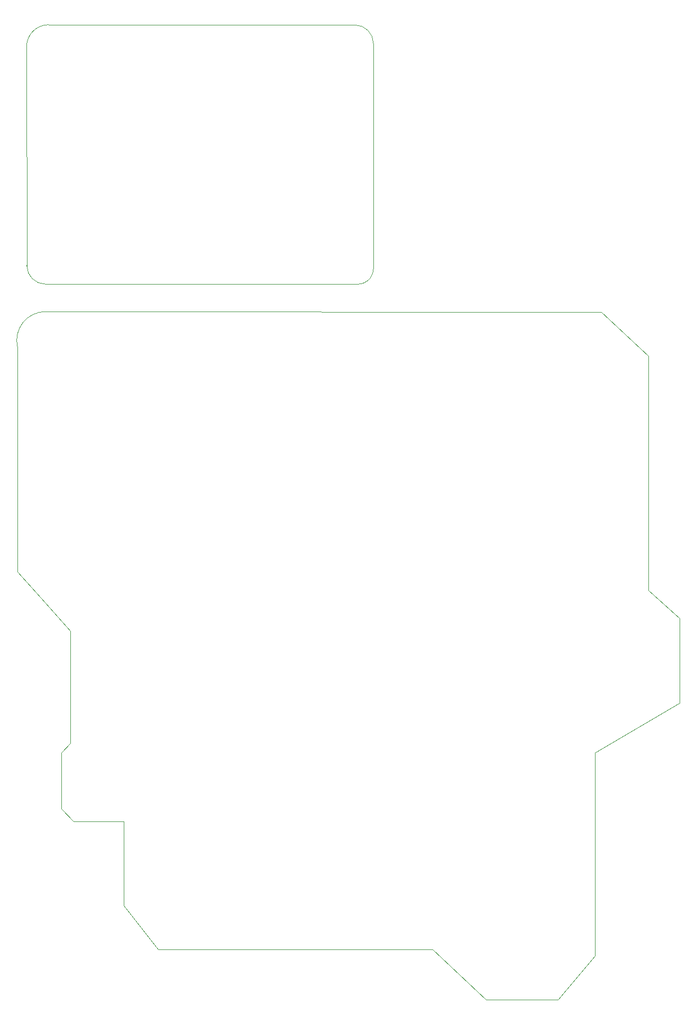
<source format=gbr>
%TF.GenerationSoftware,KiCad,Pcbnew,9.0.1*%
%TF.CreationDate,2025-06-18T14:58:57+01:00*%
%TF.ProjectId,essaie,65737361-6965-42e6-9b69-6361645f7063,rev?*%
%TF.SameCoordinates,Original*%
%TF.FileFunction,Profile,NP*%
%FSLAX46Y46*%
G04 Gerber Fmt 4.6, Leading zero omitted, Abs format (unit mm)*
G04 Created by KiCad (PCBNEW 9.0.1) date 2025-06-18 14:58:57*
%MOMM*%
%LPD*%
G01*
G04 APERTURE LIST*
%TA.AperFunction,Profile*%
%ADD10C,0.050000*%
%TD*%
G04 APERTURE END LIST*
D10*
X181345000Y-24320000D02*
G75*
G02*
X184345000Y-27320000I0J-3000000D01*
G01*
X219845000Y-173320000D02*
X213845000Y-180320000D01*
X228345000Y-114820000D02*
X233345000Y-119320000D01*
X134345000Y-140820000D02*
X135845000Y-139320000D01*
X131845000Y-116820000D02*
X127345000Y-111820000D01*
X228345000Y-77320000D02*
X228345000Y-114820000D01*
X136345000Y-151820000D02*
X134345000Y-149820000D01*
X213845000Y-180320000D02*
X202345000Y-180320000D01*
X193845000Y-172320000D02*
X149845000Y-172320000D01*
X184345000Y-63320000D02*
G75*
G02*
X183845000Y-64820000I-2500000J0D01*
G01*
X183845000Y-64820000D02*
G75*
G02*
X181845000Y-65820000I-2000000J1500000D01*
G01*
X233345000Y-119320000D02*
X233345000Y-132820000D01*
X181845000Y-65820000D02*
X131845000Y-65820000D01*
X184345000Y-63320000D02*
X184345000Y-27320000D01*
X134345000Y-149820000D02*
X134345000Y-140820000D01*
X128809466Y-27820000D02*
X128845000Y-62820000D01*
X132345000Y-24284466D02*
X181345000Y-24320000D01*
X135845000Y-121320000D02*
X131845000Y-116820000D01*
X127345000Y-111820000D02*
X127345000Y-75820000D01*
X127345000Y-75820000D02*
G75*
G02*
X131845000Y-70210228I4500000J1000000D01*
G01*
X220845000Y-70320000D02*
X228345000Y-77320000D01*
X131845000Y-65820000D02*
G75*
G02*
X128845000Y-62820000I0J3000000D01*
G01*
X233345000Y-132820000D02*
X219845000Y-140820000D01*
X144345000Y-165320000D02*
X144345000Y-151820000D01*
X131845000Y-70210228D02*
X220845000Y-70320000D01*
X144345000Y-151820000D02*
X136345000Y-151820000D01*
X149845000Y-172320000D02*
X144345000Y-165320000D01*
X128809466Y-27820000D02*
G75*
G02*
X132345000Y-24284466I3535534J0D01*
G01*
X219845000Y-140820000D02*
X219845000Y-173320000D01*
X135845000Y-139320000D02*
X135845000Y-121320000D01*
X202345000Y-180320000D02*
X193845000Y-172320000D01*
M02*

</source>
